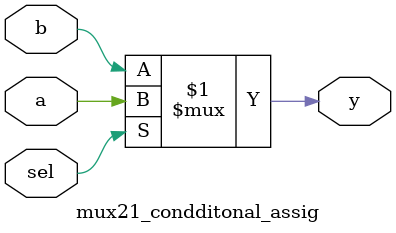
<source format=v>
module mux21_condditonal_assig(a,b,sel,y);
    input a;
    input b;
    input sel;
    output y;

    	assign y = sel ? a : b ;


endmodule

</source>
